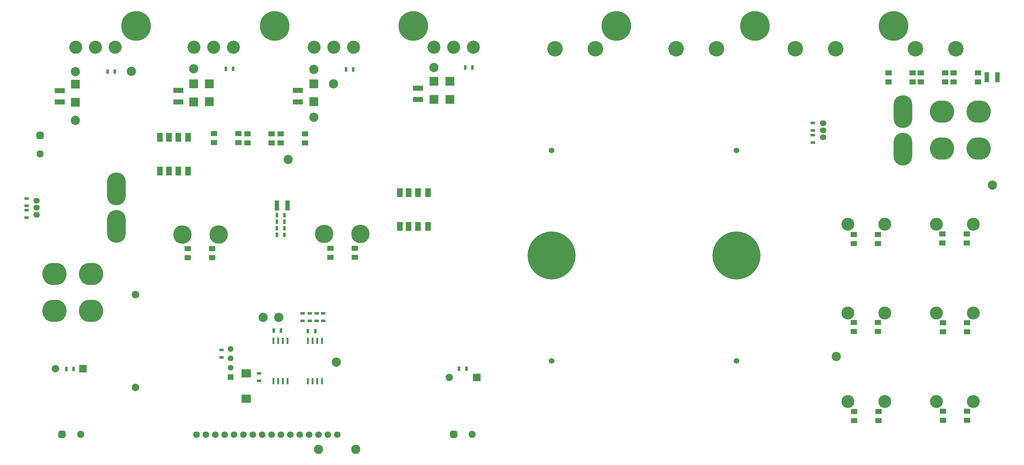
<source format=gbr>
%TF.GenerationSoftware,Altium Limited,Altium Designer,24.3.1 (35)*%
G04 Layer_Color=255*
%FSLAX45Y45*%
%MOMM*%
%TF.SameCoordinates,844131A9-2E1B-4A61-BE1F-69DE975881E6*%
%TF.FilePolarity,Positive*%
%TF.FileFunction,Pads,Bot*%
%TF.Part,Single*%
G01*
G75*
%TA.AperFunction,ComponentPad*%
%ADD14C,1.80000*%
%ADD15C,5.00000*%
%ADD16C,2.50000*%
%ADD17C,2.03200*%
%ADD18C,3.50000*%
%ADD19R,2.00000X2.00000*%
%ADD20C,2.00000*%
%ADD21C,1.55000*%
%ADD22R,1.55000X1.55000*%
%ADD23O,5.08000X8.89000*%
%ADD24O,1.77800X1.52400*%
%ADD25C,3.55000*%
%ADD26C,1.95000*%
G04:AMPARAMS|DCode=27|XSize=1.95mm|YSize=1.95mm|CornerRadius=0.4875mm|HoleSize=0mm|Usage=FLASHONLY|Rotation=270.000|XOffset=0mm|YOffset=0mm|HoleType=Round|Shape=RoundedRectangle|*
%AMROUNDEDRECTD27*
21,1,1.95000,0.97500,0,0,270.0*
21,1,0.97500,1.95000,0,0,270.0*
1,1,0.97500,-0.48750,-0.48750*
1,1,0.97500,-0.48750,0.48750*
1,1,0.97500,0.48750,0.48750*
1,1,0.97500,0.48750,-0.48750*
%
%ADD27ROUNDEDRECTD27*%
%ADD28C,4.20000*%
%ADD29O,6.60000X6.00000*%
%ADD30C,8.00000*%
%ADD31C,1.52400*%
%ADD32C,13.00000*%
G04:AMPARAMS|DCode=33|XSize=1.95mm|YSize=1.95mm|CornerRadius=0.4875mm|HoleSize=0mm|Usage=FLASHONLY|Rotation=0.000|XOffset=0mm|YOffset=0mm|HoleType=Round|Shape=RoundedRectangle|*
%AMROUNDEDRECTD33*
21,1,1.95000,0.97500,0,0,0.0*
21,1,0.97500,1.95000,0,0,0.0*
1,1,0.97500,0.48750,-0.48750*
1,1,0.97500,-0.48750,-0.48750*
1,1,0.97500,-0.48750,0.48750*
1,1,0.97500,0.48750,0.48750*
%
%ADD33ROUNDEDRECTD33*%
%TA.AperFunction,SMDPad,CuDef*%
%ADD36R,1.80000X1.45000*%
%ADD37R,1.20490X2.70620*%
%ADD38R,0.80000X1.25000*%
%ADD39R,1.25000X0.80000*%
%ADD40R,0.60000X1.80000*%
%ADD41R,1.52400X2.40000*%
%ADD42R,2.80620X1.40490*%
%ADD43R,2.40000X2.40000*%
%ADD44R,2.50000X2.20000*%
D14*
X6668000Y650000D02*
D03*
X4890000D02*
D03*
X6922000D02*
D03*
X7176000D02*
D03*
X6414000D02*
D03*
X5144000D02*
D03*
X7684000D02*
D03*
X6160000D02*
D03*
X8446000D02*
D03*
X8192000D02*
D03*
X7938000D02*
D03*
X5398000D02*
D03*
X7430000D02*
D03*
X5906000D02*
D03*
X8700000D02*
D03*
X5652000D02*
D03*
D15*
X4508500Y6070600D02*
D03*
X5486400D02*
D03*
X8343900Y6083300D02*
D03*
X9321800D02*
D03*
D16*
X6692900Y3822700D02*
D03*
X7112000D02*
D03*
X8674100Y2616200D02*
D03*
X26428699Y7404100D02*
D03*
X8064500Y9245600D02*
D03*
X8191500Y254000D02*
D03*
X1612900Y9156700D02*
D03*
X9194800Y254000D02*
D03*
X8064500Y10541000D02*
D03*
X11315700Y10591800D02*
D03*
X7366000Y8102600D02*
D03*
X4813300Y10553700D02*
D03*
X1612900Y10477500D02*
D03*
X3124200Y10490200D02*
D03*
X22199600Y2768600D02*
D03*
X8597900Y10147300D02*
D03*
D17*
X3238500Y4445000D02*
D03*
Y1930400D02*
D03*
D18*
X23511501Y6345200D02*
D03*
X22511501D02*
D03*
X24911501Y1545200D02*
D03*
X25911499D02*
D03*
X22511501D02*
D03*
X23511501D02*
D03*
X22511501Y3945200D02*
D03*
X23511501D02*
D03*
X24911501Y6345200D02*
D03*
X25911499D02*
D03*
X24911501Y3945200D02*
D03*
X25911499D02*
D03*
D19*
X12475000Y2200000D02*
D03*
X1816800Y2438400D02*
D03*
D20*
X11725000Y2200000D02*
D03*
X1066800Y2438400D02*
D03*
D21*
X5810700Y2971800D02*
D03*
Y2717800D02*
D03*
Y2463800D02*
D03*
D22*
Y2209800D02*
D03*
D23*
X2717800Y7302500D02*
D03*
Y6286500D02*
D03*
X24003000Y8382000D02*
D03*
Y9398000D02*
D03*
D24*
X558800Y6985000D02*
D03*
Y6794500D02*
D03*
Y6604000D02*
D03*
X21844000Y8699500D02*
D03*
Y8890000D02*
D03*
Y9080500D02*
D03*
D25*
X2683400Y11136500D02*
D03*
X5883400D02*
D03*
X1616600D02*
D03*
X2150000D02*
D03*
X4816600D02*
D03*
X5350000D02*
D03*
X8066600D02*
D03*
X8600000D02*
D03*
X9133400D02*
D03*
X11316600D02*
D03*
X11850000D02*
D03*
X12383400D02*
D03*
D26*
X654998Y8250001D02*
D03*
X12349999Y654998D02*
D03*
X1750000D02*
D03*
D27*
X654998Y8750000D02*
D03*
D28*
X18956400Y11100000D02*
D03*
X17864200D02*
D03*
X15681400D02*
D03*
X14589200D02*
D03*
X25435800D02*
D03*
X24343600D02*
D03*
X22185800D02*
D03*
X21093600D02*
D03*
D29*
X25063400Y9400000D02*
D03*
X26054001D02*
D03*
X25063400Y8400000D02*
D03*
X26054001D02*
D03*
X2036600Y5000000D02*
D03*
X1046000D02*
D03*
X2036600Y4000000D02*
D03*
X1046000D02*
D03*
D30*
X16250000Y11720000D02*
D03*
X23750000D02*
D03*
X20000000D02*
D03*
X3250000D02*
D03*
X10750000D02*
D03*
X7000000D02*
D03*
D31*
X14500000Y2650000D02*
D03*
Y8350000D02*
D03*
X19500000D02*
D03*
Y2650000D02*
D03*
D32*
Y5500000D02*
D03*
X14500000D02*
D03*
D33*
X11850000Y654998D02*
D03*
X1250001D02*
D03*
D36*
X8511700Y5697800D02*
D03*
X9166700D02*
D03*
X8511700Y5452800D02*
D03*
X9166700D02*
D03*
X4650900Y5685100D02*
D03*
X5305900D02*
D03*
X4650900Y5440100D02*
D03*
X5305900D02*
D03*
X26032300Y10202600D02*
D03*
X25377299D02*
D03*
X26032300Y10447600D02*
D03*
X25377299D02*
D03*
X24488300D02*
D03*
X25143300D02*
D03*
X24488300Y10202600D02*
D03*
X25143300D02*
D03*
X23612000Y10447600D02*
D03*
X24267000D02*
D03*
X23612000Y10202600D02*
D03*
X24267000D02*
D03*
X6918800Y8551600D02*
D03*
X6263800D02*
D03*
X6918800Y8796600D02*
D03*
X6263800D02*
D03*
X6019800Y8556100D02*
D03*
X5364800D02*
D03*
X6019800Y8801100D02*
D03*
X5364800D02*
D03*
X7165500Y8796600D02*
D03*
X7820500D02*
D03*
X7165500Y8551600D02*
D03*
X7820500D02*
D03*
X25087900Y1282700D02*
D03*
X25742899D02*
D03*
X25087900Y1037700D02*
D03*
X25742899D02*
D03*
X25075200Y6083300D02*
D03*
X25730200D02*
D03*
X25075200Y5838300D02*
D03*
X25730200D02*
D03*
X25087900Y3683000D02*
D03*
X25742899D02*
D03*
X25087900Y3438000D02*
D03*
X25742899D02*
D03*
X22684900Y1278200D02*
D03*
X23339900D02*
D03*
X22684900Y1033200D02*
D03*
X23339900D02*
D03*
X22672200Y3691200D02*
D03*
X23327200D02*
D03*
X22672200Y3446200D02*
D03*
X23327200D02*
D03*
X22674899Y6070600D02*
D03*
X23329900D02*
D03*
X22674899Y5825600D02*
D03*
X23329900D02*
D03*
D37*
X7061200Y6858000D02*
D03*
X7351330D02*
D03*
X26270935Y10325100D02*
D03*
X26561066D02*
D03*
D38*
X7262800Y6235716D02*
D03*
X7062800D02*
D03*
Y6413516D02*
D03*
X7262800D02*
D03*
Y6591284D02*
D03*
X7062800D02*
D03*
Y6057916D02*
D03*
X7262800D02*
D03*
X8101000Y3454384D02*
D03*
X7901000D02*
D03*
X6973900Y3467116D02*
D03*
X7173900D02*
D03*
X8929700Y10541016D02*
D03*
X9129700D02*
D03*
X12190400Y2438384D02*
D03*
X11990400D02*
D03*
X1560500Y2425684D02*
D03*
X1360500D02*
D03*
X5678500Y10553716D02*
D03*
X5878500D02*
D03*
X2478100Y10477516D02*
D03*
X2678100D02*
D03*
X12355500Y10591816D02*
D03*
X12155500D02*
D03*
D39*
X7759716Y3735400D02*
D03*
Y3935400D02*
D03*
X7950200Y3933800D02*
D03*
Y3733800D02*
D03*
X8140684Y3935400D02*
D03*
Y3735400D02*
D03*
X8318484Y3935400D02*
D03*
Y3735400D02*
D03*
X5562616Y2944800D02*
D03*
Y2744800D02*
D03*
X6578584Y2109800D02*
D03*
Y2309800D02*
D03*
X292084Y6529400D02*
D03*
Y6729400D02*
D03*
X292116Y7046900D02*
D03*
Y6846900D02*
D03*
X21564584Y8561400D02*
D03*
Y8761400D02*
D03*
X21564616Y9091600D02*
D03*
Y8891600D02*
D03*
D40*
X7899400Y3187700D02*
D03*
X8026400D02*
D03*
X8153400D02*
D03*
X8280400D02*
D03*
Y2097700D02*
D03*
X8153400D02*
D03*
X8026400D02*
D03*
X7899400D02*
D03*
X6972300Y2096600D02*
D03*
X7099300D02*
D03*
X7226300D02*
D03*
X7353300D02*
D03*
Y3186600D02*
D03*
X7226300D02*
D03*
X7099300D02*
D03*
X6972300D02*
D03*
D41*
X10629900Y6286500D02*
D03*
X10883900D02*
D03*
X11150600D02*
D03*
X10388600D02*
D03*
X10629900Y7200900D02*
D03*
X10883900D02*
D03*
X11150600D02*
D03*
X10388600D02*
D03*
X3898900Y8699500D02*
D03*
X4660900D02*
D03*
X4394200D02*
D03*
X4140200D02*
D03*
X3898900Y7785100D02*
D03*
X4660900D02*
D03*
X4394200D02*
D03*
X4140200D02*
D03*
D42*
X7632700Y9972165D02*
D03*
Y9662035D02*
D03*
X4394200Y9972165D02*
D03*
Y9662035D02*
D03*
X1187450Y9965815D02*
D03*
Y9655685D02*
D03*
X10883900Y9725535D02*
D03*
Y10035665D02*
D03*
D43*
X8064500Y9664700D02*
D03*
Y10152800D02*
D03*
X5232400D02*
D03*
Y9664700D02*
D03*
X11747500Y10216300D02*
D03*
Y9728200D02*
D03*
X11315700D02*
D03*
Y10216300D02*
D03*
X4813300Y9659200D02*
D03*
Y10147300D02*
D03*
X1606550Y9652850D02*
D03*
Y10140950D02*
D03*
D44*
X6235700Y2313500D02*
D03*
Y1623500D02*
D03*
%TF.MD5,7e89874b125e693b88781538e9ba1b64*%
M02*

</source>
